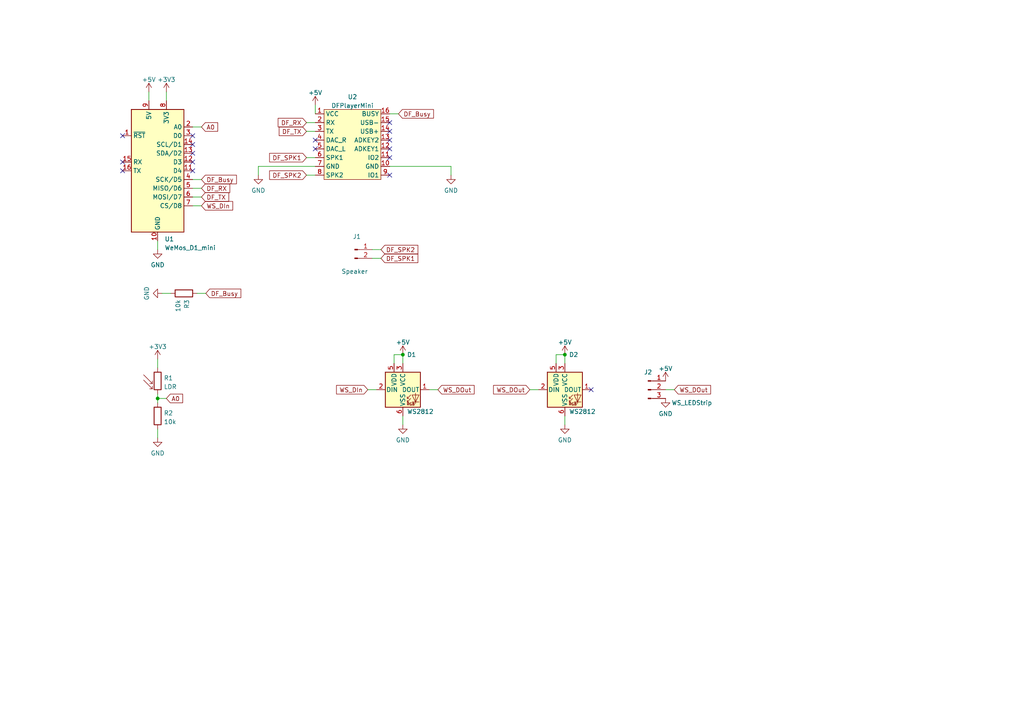
<source format=kicad_sch>
(kicad_sch (version 20211123) (generator eeschema)
  (paper "A4")
  (lib_symbols
    (symbol "Connector:Conn_01x02_Male" (pin_names (offset 1.016) hide)
      (property "Reference" "J" (at 0 2.54 0))
      (property "Value" "Conn_01x02_Male" (at 0 -5.08 0))
      (symbol "Conn_01x02_Male_1_1"
        (polyline (pts (xy 1.27 -2.54) (xy 0.8636 -2.54)) (stroke (width 0.1524)))
        (polyline (pts (xy 1.27 0) (xy 0.8636 0)) (stroke (width 0.1524)))
        (rectangle (start 0.8636 -2.413) (end 0 -2.667) (stroke (width 0.1524)) (fill (type outline)))
        (rectangle (start 0.8636 0.127) (end 0 -0.127) (stroke (width 0.1524)) (fill (type outline)))
        (pin passive line (at 5.08 0 180) (length 3.81) (name "Pin_1") (number "1"))
        (pin passive line (at 5.08 -2.54 180) (length 3.81) (name "Pin_2") (number "2"))
      )
    )
    (symbol "Connector:Conn_01x03_Male" (pin_names (offset 1.016) hide)
      (property "Reference" "J" (at 0 5.08 0))
      (property "Value" "Conn_01x03_Male" (at 0 -5.08 0))
      (symbol "Conn_01x03_Male_1_1"
        (polyline (pts (xy 1.27 -2.54) (xy 0.8636 -2.54)) (stroke (width 0.1524)))
        (polyline (pts (xy 1.27 0) (xy 0.8636 0)) (stroke (width 0.1524)))
        (polyline (pts (xy 1.27 2.54) (xy 0.8636 2.54)) (stroke (width 0.1524)))
        (rectangle (start 0.8636 -2.413) (end 0 -2.667) (stroke (width 0.1524)) (fill (type outline)))
        (rectangle (start 0.8636 0.127) (end 0 -0.127) (stroke (width 0.1524)) (fill (type outline)))
        (rectangle (start 0.8636 2.667) (end 0 2.413) (stroke (width 0.1524)) (fill (type outline)))
        (pin passive line (at 5.08 2.54 180) (length 3.81) (name "Pin_1") (number "1"))
        (pin passive line (at 5.08 0 180) (length 3.81) (name "Pin_2") (number "2"))
        (pin passive line (at 5.08 -2.54 180) (length 3.81) (name "Pin_3") (number "3"))
      )
    )
    (symbol "DCDModules:DFPlayerMini"
      (property "Reference" "U" (at 0 10.16 0))
      (property "Value" "DFPlayerMini" (at 0 -12.7 0))
      (symbol "DFPlayerMini_0_0"
        (pin power_in line (at -10.16 7.62 0) (length 2.54) (name "VCC") (number "1"))
        (pin passive line (at 11.43 -7.62 180) (length 2.54) (name "GND") (number "10"))
        (pin passive line (at 11.43 -5.08 180) (length 2.54) (name "IO2") (number "11"))
        (pin passive line (at 11.43 -2.54 180) (length 2.54) (name "ADKEY1") (number "12"))
        (pin passive line (at 11.43 0 180) (length 2.54) (name "ADKEY2") (number "13"))
        (pin passive line (at 11.43 2.54 180) (length 2.54) (name "USB+") (number "14"))
        (pin passive line (at 11.43 5.08 180) (length 2.54) (name "USB-") (number "15"))
        (pin passive line (at 11.43 7.62 180) (length 2.54) (name "BUSY") (number "16"))
        (pin passive line (at -10.16 5.08 0) (length 2.54) (name "RX") (number "2"))
        (pin passive line (at -10.16 2.54 0) (length 2.54) (name "TX") (number "3"))
        (pin passive line (at -10.16 0 0) (length 2.54) (name "DAC_R") (number "4"))
        (pin passive line (at -10.16 -2.54 0) (length 2.54) (name "DAC_L") (number "5"))
        (pin passive line (at -10.16 -5.08 0) (length 2.54) (name "SPK1") (number "6"))
        (pin power_in line (at -10.16 -7.62 0) (length 2.54) (name "GND") (number "7"))
        (pin passive line (at -10.16 -10.16 0) (length 2.54) (name "SPK2") (number "8"))
        (pin passive line (at 11.43 -10.16 180) (length 2.54) (name "IO1") (number "9"))
      )
      (symbol "DFPlayerMini_0_1"
        (rectangle (start -7.62 8.89) (end 8.89 -11.43) (stroke (width 0.1524)) (fill (type background)))
      )
    )
    (symbol "Device:R" (pin_numbers hide) (pin_names (offset 0))
      (property "Reference" "R" (at 2.032 0 90))
      (property "Value" "R" (at 0 0 90))
      (symbol "R_0_1"
        (rectangle (start -1.016 -2.54) (end 1.016 2.54) (stroke (width 0.254)))
      )
      (symbol "R_1_1"
        (pin passive line (at 0 3.81 270) (length 1.27) (name "~") (number "1"))
        (pin passive line (at 0 -3.81 90) (length 1.27) (name "~") (number "2"))
      )
    )
    (symbol "Device:R_Photo" (pin_numbers hide) (pin_names (offset 0))
      (property "Reference" "R" (at 1.27 1.27 0))
      (property "Value" "R_Photo" (at 1.27 0 0))
      (symbol "R_Photo_0_1"
        (rectangle (start -1.016 2.54) (end 1.016 -2.54) (stroke (width 0.254)))
        (polyline (pts (xy -1.524 -2.286) (xy -4.064 0.254)))
        (polyline (pts (xy -1.524 -2.286) (xy -2.286 -2.286)))
        (polyline (pts (xy -1.524 -2.286) (xy -1.524 -1.524)))
        (polyline (pts (xy -1.524 -0.762) (xy -4.064 1.778)))
        (polyline (pts (xy -1.524 -0.762) (xy -2.286 -0.762)))
        (polyline (pts (xy -1.524 -0.762) (xy -1.524 0)))
      )
      (symbol "R_Photo_1_1"
        (pin passive line (at 0 3.81 270) (length 1.27) (name "~") (number "1"))
        (pin passive line (at 0 -3.81 90) (length 1.27) (name "~") (number "2"))
      )
    )
    (symbol "LED:WS2812" (pin_names (offset 0.254))
      (property "Reference" "D" (at 5.08 5.715 0))
      (property "Value" "WS2812" (at 1.27 -5.715 0))
      (symbol "WS2812_0_0"
        (text "RGB" (at 2.286 -4.191 0) (effects (font (size 0.762 0.762))))
      )
      (symbol "WS2812_0_1"
        (polyline (pts (xy 1.27 -3.556) (xy 1.778 -3.556)))
        (polyline (pts (xy 1.27 -2.54) (xy 1.778 -2.54)))
        (polyline (pts (xy 4.699 -3.556) (xy 2.667 -3.556)))
        (polyline (pts (xy 2.286 -2.54) (xy 1.27 -3.556) (xy 1.27 -3.048)))
        (polyline (pts (xy 2.286 -1.524) (xy 1.27 -2.54) (xy 1.27 -2.032)))
        (polyline (pts (xy 3.683 -1.016) (xy 3.683 -3.556) (xy 3.683 -4.064)))
        (polyline (pts (xy 4.699 -1.524) (xy 2.667 -1.524) (xy 3.683 -3.556) (xy 4.699 -1.524)))
        (rectangle (start 5.08 5.08) (end -5.08 -5.08) (stroke (width 0.254)) (fill (type background)))
      )
      (symbol "WS2812_1_1"
        (pin output line (at 7.62 0 180) (length 2.54) (name "DOUT") (number "1"))
        (pin input line (at -7.62 0 0) (length 2.54) (name "DIN") (number "2"))
        (pin power_in line (at 0 7.62 270) (length 2.54) (name "VCC") (number "3"))
        (pin no_connect line (at 5.08 2.54 180) (length 2.54) hide (name "NC") (number "4"))
        (pin power_in line (at -2.54 7.62 270) (length 2.54) (name "VDD") (number "5"))
        (pin power_in line (at 0 -7.62 90) (length 2.54) (name "VSS") (number "6"))
      )
    )
    (symbol "MCU_Module:WeMos_D1_mini"
      (property "Reference" "U" (at 3.81 19.05 0))
      (property "Value" "WeMos_D1_mini" (at 1.27 -19.05 0))
      (symbol "WeMos_D1_mini_1_1"
        (rectangle (start -7.62 17.78) (end 7.62 -17.78) (stroke (width 0.254)) (fill (type background)))
        (pin input line (at -10.16 10.16 0) (length 2.54) (name "~{RST}") (number "1"))
        (pin power_in line (at 0 -20.32 90) (length 2.54) (name "GND") (number "10"))
        (pin bidirectional line (at 10.16 0 180) (length 2.54) (name "D4") (number "11"))
        (pin bidirectional line (at 10.16 2.54 180) (length 2.54) (name "D3") (number "12"))
        (pin bidirectional line (at 10.16 5.08 180) (length 2.54) (name "SDA/D2") (number "13"))
        (pin bidirectional line (at 10.16 7.62 180) (length 2.54) (name "SCL/D1") (number "14"))
        (pin input line (at -10.16 2.54 0) (length 2.54) (name "RX") (number "15"))
        (pin output line (at -10.16 0 0) (length 2.54) (name "TX") (number "16"))
        (pin input line (at 10.16 12.7 180) (length 2.54) (name "A0") (number "2"))
        (pin bidirectional line (at 10.16 10.16 180) (length 2.54) (name "D0") (number "3"))
        (pin bidirectional line (at 10.16 -2.54 180) (length 2.54) (name "SCK/D5") (number "4"))
        (pin bidirectional line (at 10.16 -5.08 180) (length 2.54) (name "MISO/D6") (number "5"))
        (pin bidirectional line (at 10.16 -7.62 180) (length 2.54) (name "MOSI/D7") (number "6"))
        (pin bidirectional line (at 10.16 -10.16 180) (length 2.54) (name "CS/D8") (number "7"))
        (pin power_out line (at 2.54 20.32 270) (length 2.54) (name "3V3") (number "8"))
        (pin power_in line (at -2.54 20.32 270) (length 2.54) (name "5V") (number "9"))
      )
    )
    (symbol "power:+3V3" (power) (pin_names (offset 0))
      (property "Value" "+3V3" (at 0 3.556 0))
      (symbol "+3V3_0_1"
        (polyline (pts (xy -0.762 1.27) (xy 0 2.54)))
        (polyline (pts (xy 0 0) (xy 0 2.54)))
        (polyline (pts (xy 0 2.54) (xy 0.762 1.27)))
      )
      (symbol "+3V3_1_1"
        (pin power_in line (at 0 0 90) (length 0) hide (name "+3V3") (number "1"))
      )
    )
    (symbol "power:+5V" (power) (pin_names (offset 0))
      (property "Value" "+5V" (at 0 3.556 0))
      (symbol "+5V_0_1"
        (polyline (pts (xy -0.762 1.27) (xy 0 2.54)))
        (polyline (pts (xy 0 0) (xy 0 2.54)))
        (polyline (pts (xy 0 2.54) (xy 0.762 1.27)))
      )
      (symbol "+5V_1_1"
        (pin power_in line (at 0 0 90) (length 0) hide (name "+5V") (number "1"))
      )
    )
    (symbol "power:GND" (power) (pin_names (offset 0))
      (property "Value" "GND" (at 0 -3.81 0))
      (symbol "GND_0_1"
        (polyline (pts (xy 0 0) (xy 0 -1.27) (xy 1.27 -1.27) (xy 0 -2.54) (xy -1.27 -1.27) (xy 0 -1.27)))
      )
      (symbol "GND_1_1"
        (pin power_in line (at 0 0 270) (length 0) hide (name "GND") (number "1"))
      )
    )
  )
  (junction (at 116.84 102.87))
  (junction (at 45.72 115.57))
  (junction (at 163.83 102.87))
  (no_connect (at 171.45 113.03))
  (no_connect (at 35.56 39.37))
  (no_connect (at 35.56 46.99))
  (no_connect (at 35.56 49.53))
  (no_connect (at 55.88 46.99))
  (no_connect (at 55.88 49.53))
  (no_connect (at 55.88 44.45))
  (no_connect (at 55.88 39.37))
  (no_connect (at 55.88 41.91))
  (no_connect (at 91.44 40.64))
  (no_connect (at 113.03 35.56))
  (no_connect (at 113.03 38.1))
  (no_connect (at 113.03 40.64))
  (no_connect (at 91.44 43.18))
  (no_connect (at 113.03 43.18))
  (no_connect (at 113.03 45.72))
  (no_connect (at 113.03 50.8))
  (wire (pts (xy 45.72 124.46) (xy 45.72 127)))
  (wire (pts (xy 161.29 105.41) (xy 161.29 102.87)))
  (wire (pts (xy 91.44 38.1) (xy 88.9 38.1)))
  (wire (pts (xy 127 113.03) (xy 124.46 113.03)))
  (wire (pts (xy 74.93 48.26) (xy 74.93 50.8)))
  (wire (pts (xy 45.72 114.3) (xy 45.72 115.57)))
  (wire (pts (xy 88.9 45.72) (xy 91.44 45.72)))
  (wire (pts (xy 58.42 59.69) (xy 55.88 59.69)))
  (wire (pts (xy 110.49 74.93) (xy 107.95 74.93)))
  (wire (pts (xy 49.53 85.09) (xy 46.99 85.09)))
  (wire (pts (xy 55.88 57.15) (xy 58.42 57.15)))
  (wire (pts (xy 45.72 69.85) (xy 45.72 72.39)))
  (wire (pts (xy 45.72 115.57) (xy 48.26 115.57)))
  (wire (pts (xy 114.3 102.87) (xy 116.84 102.87)))
  (wire (pts (xy 88.9 50.8) (xy 91.44 50.8)))
  (wire (pts (xy 130.81 48.26) (xy 130.81 50.8)))
  (wire (pts (xy 116.84 102.87) (xy 116.84 105.41)))
  (wire (pts (xy 106.68 113.03) (xy 109.22 113.03)))
  (wire (pts (xy 110.49 72.39) (xy 107.95 72.39)))
  (wire (pts (xy 163.83 120.65) (xy 163.83 123.19)))
  (wire (pts (xy 91.44 30.48) (xy 91.44 33.02)))
  (wire (pts (xy 43.18 26.67) (xy 43.18 29.21)))
  (wire (pts (xy 57.15 85.09) (xy 59.69 85.09)))
  (wire (pts (xy 114.3 105.41) (xy 114.3 102.87)))
  (wire (pts (xy 113.03 48.26) (xy 130.81 48.26)))
  (wire (pts (xy 55.88 54.61) (xy 58.42 54.61)))
  (wire (pts (xy 55.88 36.83) (xy 58.42 36.83)))
  (wire (pts (xy 163.83 102.87) (xy 163.83 105.41)))
  (wire (pts (xy 91.44 35.56) (xy 88.9 35.56)))
  (wire (pts (xy 55.88 52.07) (xy 58.42 52.07)))
  (wire (pts (xy 193.04 113.03) (xy 195.58 113.03)))
  (wire (pts (xy 74.93 48.26) (xy 91.44 48.26)))
  (wire (pts (xy 161.29 102.87) (xy 163.83 102.87)))
  (wire (pts (xy 153.67 113.03) (xy 156.21 113.03)))
  (wire (pts (xy 116.84 120.65) (xy 116.84 123.19)))
  (wire (pts (xy 45.72 115.57) (xy 45.72 116.84)))
  (wire (pts (xy 48.26 26.67) (xy 48.26 29.21)))
  (wire (pts (xy 113.03 33.02) (xy 115.57 33.02)))
  (wire (pts (xy 45.72 104.14) (xy 45.72 106.68)))
  (global_label "WS_DOut" (shape input) (at 195.58 113.03 0) (property "Intersheet References" "${INTERSHEET_REFS}" (effects hide)))
  (global_label "DF_TX" (shape input) (at 58.42 57.15 0) (property "Intersheet References" "${INTERSHEET_REFS}" (effects hide)))
  (global_label "A0" (shape input) (at 48.26 115.57 0) (property "Intersheet References" "${INTERSHEET_REFS}" (effects hide)))
  (global_label "DF_SPK1" (shape input) (at 110.49 74.93 0) (property "Intersheet References" "${INTERSHEET_REFS}" (effects hide)))
  (global_label "DF_Busy" (shape input) (at 115.57 33.02 0) (property "Intersheet References" "${INTERSHEET_REFS}" (effects hide)))
  (global_label "DF_SPK2" (shape input) (at 88.9 50.8 180) (property "Intersheet References" "${INTERSHEET_REFS}" (effects hide)))
  (global_label "DF_Busy" (shape input) (at 58.42 52.07 0) (property "Intersheet References" "${INTERSHEET_REFS}" (effects hide)))
  (global_label "WS_DOut" (shape input) (at 127 113.03 0) (property "Intersheet References" "${INTERSHEET_REFS}" (effects hide)))
  (global_label "DF_Busy" (shape input) (at 59.69 85.09 0) (property "Intersheet References" "${INTERSHEET_REFS}" (effects hide)))
  (global_label "DF_SPK2" (shape input) (at 110.49 72.39 0) (property "Intersheet References" "${INTERSHEET_REFS}" (effects hide)))
  (global_label "DF_SPK1" (shape input) (at 88.9 45.72 180) (property "Intersheet References" "${INTERSHEET_REFS}" (effects hide)))
  (global_label "DF_TX" (shape input) (at 88.9 38.1 180) (property "Intersheet References" "${INTERSHEET_REFS}" (effects hide)))
  (global_label "WS_DIn" (shape input) (at 58.42 59.69 0) (property "Intersheet References" "${INTERSHEET_REFS}" (effects hide)))
  (global_label "WS_DOut" (shape input) (at 153.67 113.03 180) (property "Intersheet References" "${INTERSHEET_REFS}" (effects hide)))
  (global_label "DF_RX" (shape input) (at 88.9 35.56 180) (property "Intersheet References" "${INTERSHEET_REFS}" (effects hide)))
  (global_label "DF_RX" (shape input) (at 58.42 54.61 0) (property "Intersheet References" "${INTERSHEET_REFS}" (effects hide)))
  (global_label "WS_DIn" (shape input) (at 106.68 113.03 180) (property "Intersheet References" "${INTERSHEET_REFS}" (effects hide)))
  (global_label "A0" (shape input) (at 58.42 36.83 0) (property "Intersheet References" "${INTERSHEET_REFS}" (effects hide)))
  (symbol (lib_id "power:+3V3") (at 48.26 26.67 0) (unit 1)
    (property "Reference" "#PWR0115" (effects hide))
    (property "Value" "+3V3" (at 48.26 23.0942 0))
  )
  (symbol (lib_id "power:GND") (at 130.81 50.8 0) (unit 1)
    (property "Reference" "#PWR0102" (effects hide))
    (property "Value" "GND" (at 130.81 55.2434 0))
  )
  (symbol (lib_id "power:GND") (at 193.04 115.57 0) (unit 1)
    (property "Reference" "#PWR0107" (effects hide))
    (property "Value" "GND" (at 193.04 120.0134 0))
  )
  (symbol (lib_id "power:+5V") (at 163.83 102.87 0) (unit 1)
    (property "Reference" "#PWR0105" (effects hide))
    (property "Value" "+5V" (at 163.83 99.2942 0))
  )
  (symbol (lib_id "power:+5V") (at 116.84 102.87 0) (unit 1)
    (property "Reference" "#PWR0104" (effects hide))
    (property "Value" "+5V" (at 116.84 99.2942 0))
  )
  (symbol (lib_id "Connector:Conn_01x02_Male") (at 102.87 72.39 0) (unit 1)
    (property "Reference" "J1" (at 103.505 68.614 0))
    (property "Value" "Speaker" (at 102.87 78.74 0))
    (property "Footprint" "Connector_PinHeader_2.54mm:PinHeader_1x02_P2.54mm_Vertical" (effects hide))
  )
  (symbol (lib_id "power:GND") (at 46.99 85.09 270) (unit 1)
    (property "Reference" "#PWR0112" (effects hide))
    (property "Value" "GND" (at 42.5466 85.09 0))
  )
  (symbol (lib_id "Connector:Conn_01x03_Male") (at 187.96 113.03 0) (unit 1)
    (property "Reference" "J2" (at 187.96 107.95 0))
    (property "Value" "WS_LEDStrip" (at 200.66 116.84 0))
    (property "Footprint" "Connector_PinHeader_2.54mm:PinHeader_1x03_P2.54mm_Vertical" (effects hide))
  )
  (symbol (lib_id "DCDModules:DFPlayerMini") (at 101.6 40.64 0) (unit 1)
    (property "Reference" "U2" (at 102.235 28.101 0))
    (property "Value" "DFPlayerMini" (at 102.235 30.6379 0))
    (property "Footprint" "DCDModules:DFPlayer" (effects hide))
  )
  (symbol (lib_id "Device:R_Photo") (at 45.72 110.49 0) (unit 1)
    (property "Reference" "R1" (at 47.498 109.6553 0) (effects (justify left)))
    (property "Value" "LDR" (at 47.498 112.1922 0) (effects (justify left)))
    (property "Footprint" "OptoDevice:R_LDR_5.1x4.3mm_P3.4mm_Vertical" (effects hide))
  )
  (symbol (lib_id "power:GND") (at 74.93 50.8 0) (unit 1)
    (property "Reference" "#PWR0103" (effects hide))
    (property "Value" "GND" (at 74.93 55.2434 0))
  )
  (symbol (lib_id "Device:R") (at 45.72 120.65 0) (unit 1)
    (property "Reference" "R2" (at 47.498 119.8153 0) (effects (justify left)))
    (property "Value" "10k" (at 47.498 122.3522 0) (effects (justify left)))
    (property "Footprint" "Resistor_THT:R_Axial_DIN0207_L6.3mm_D2.5mm_P10.16mm_Horizontal" (effects hide))
  )
  (symbol (lib_id "power:GND") (at 116.84 123.19 0) (unit 1)
    (property "Reference" "#PWR0108" (effects hide))
    (property "Value" "GND" (at 116.84 127.6334 0))
  )
  (symbol (lib_id "power:+5V") (at 193.04 110.49 0) (unit 1)
    (property "Reference" "#PWR0106" (effects hide))
    (property "Value" "+5V" (at 193.04 106.9142 0))
  )
  (symbol (lib_id "Device:R") (at 53.34 85.09 270) (unit 1)
    (property "Reference" "R3" (at 54.1747 86.868 0) (effects (justify left)))
    (property "Value" "10k" (at 51.6378 86.868 0) (effects (justify left)))
    (property "Footprint" "Resistor_THT:R_Axial_DIN0207_L6.3mm_D2.5mm_P10.16mm_Horizontal" (effects hide))
  )
  (symbol (lib_id "power:GND") (at 163.83 123.19 0) (unit 1)
    (property "Reference" "#PWR0109" (effects hide))
    (property "Value" "GND" (at 163.83 127.6334 0))
  )
  (symbol (lib_id "power:+3V3") (at 45.72 104.14 0) (unit 1)
    (property "Reference" "#PWR0110" (effects hide))
    (property "Value" "+3V3" (at 45.72 100.5642 0))
  )
  (symbol (lib_id "power:+5V") (at 91.44 30.48 0) (unit 1)
    (property "Reference" "#PWR0101" (effects hide))
    (property "Value" "+5V" (at 91.44 26.9042 0))
  )
  (symbol (lib_id "LED:WS2812") (at 116.84 113.03 0) (unit 1)
    (property "Reference" "D1" (at 119.38 102.87 0))
    (property "Value" "WS2812" (at 121.92 119.38 0))
    (property "Footprint" "LED_SMD:LED_WS2812_PLCC6_5.0x5.0mm_P1.6mm" (effects hide))
    (property "Datasheet" "https://cdn-shop.adafruit.com/datasheets/WS2812.pdf" (effects hide))
  )
  (symbol (lib_id "power:+5V") (at 43.18 26.67 0) (unit 1)
    (property "Reference" "#PWR0114" (effects hide))
    (property "Value" "+5V" (at 43.18 23.0942 0))
  )
  (symbol (lib_id "power:GND") (at 45.72 127 0) (unit 1)
    (property "Reference" "#PWR0113" (effects hide))
    (property "Value" "GND" (at 45.72 131.4434 0))
  )
  (symbol (lib_id "power:GND") (at 45.72 72.39 0) (unit 1)
    (property "Reference" "#PWR0111" (effects hide))
    (property "Value" "GND" (at 45.72 76.8334 0))
  )
  (symbol (lib_id "MCU_Module:WeMos_D1_mini") (at 45.72 49.53 0) (unit 1)
    (property "Reference" "U1" (at 47.7394 69.3404 0) (effects (justify left)))
    (property "Value" "WeMos_D1_mini" (at 47.7394 71.8773 0) (effects (justify left)))
    (property "Footprint" "Module:WEMOS_D1_mini_light" (effects hide))
    (property "Datasheet" "https://wiki.wemos.cc/products:d1:d1_mini#documentation" (effects hide))
  )
  (symbol (lib_id "LED:WS2812") (at 163.83 113.03 0) (unit 1)
    (property "Reference" "D2" (at 166.37 102.87 0))
    (property "Value" "WS2812" (at 168.91 119.38 0))
    (property "Footprint" "LED_SMD:LED_WS2812_PLCC6_5.0x5.0mm_P1.6mm" (effects hide))
    (property "Datasheet" "https://cdn-shop.adafruit.com/datasheets/WS2812.pdf" (effects hide))
  )
)
</source>
